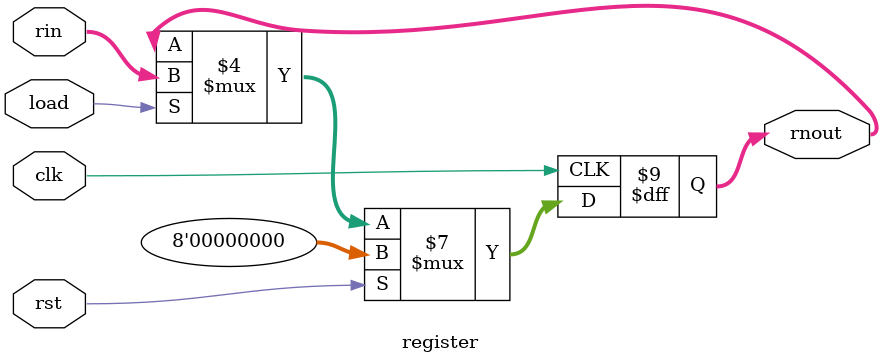
<source format=v>
module register(rnout,clk,rst,load,rin);

input [7:0] rin;
input clk,rst,load;

output reg [7:0] rnout;

always @(posedge clk)
     begin
	  if(rst==1)
	    rnout<=0;
		else if(load==1)
		 rnout<=rin;
	  end
	  
endmodule

</source>
